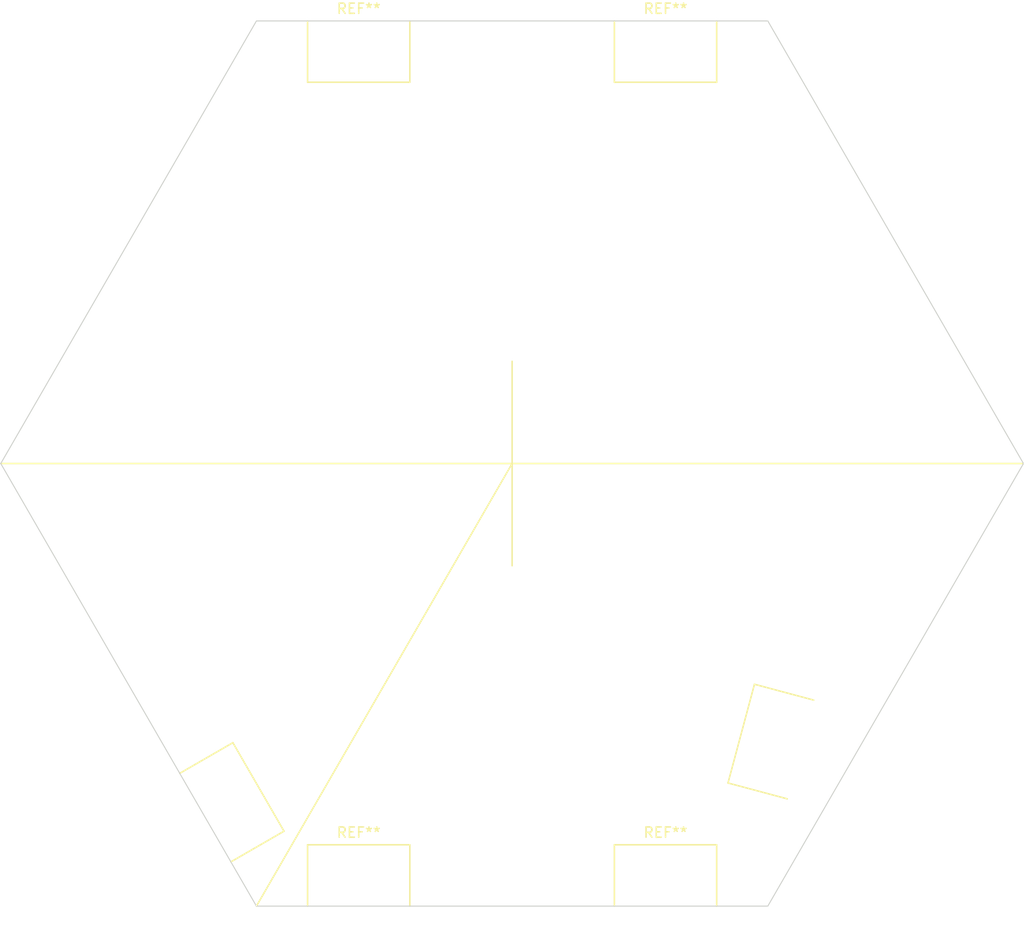
<source format=kicad_pcb>
(kicad_pcb (version 20211014) (generator pcbnew)
  (layers (0 "F.Cu" signal) (31 "B.Cu" signal) (34 "B.Paste" user) (35 "F.Paste" user) (36 "B.SilkS" user "B.Silkscreen") (37 "F.SilkS" user "F.Silkscreen") (38 "B.Mask" user) (39 "F.Mask" user) (44 "Edge.Cuts" user))
  (net 0 "")
  (footprint "MountingHole:MountingHole_3.2mm_M3" (layer "F.Cu") (at 115 53)
    (fp_text reference "REF**" (at 0 -4.2) (layer "F.SilkS"))
    (fp_text value "MountingHole_3.2mm_M3")
    (pad "" np_thru_hole circle (at 0 0) (size 3.2 3.2) (drill 3.2) (layers *.Cu *.Mask))
  )
  (footprint "MountingHole:MountingHole_3.2mm_M3" (layer "F.Cu") (at 85 133.6)
    (fp_text reference "REF**" (at 0 -4.2) (layer "F.SilkS"))
    (fp_text value "MountingHole_3.2mm_M3")
    (pad "" np_thru_hole circle (at 0 0) (size 3.2 3.2) (drill 3.2) (layers *.Cu *.Mask))
  )
  (footprint "MountingHole:MountingHole_3.2mm_M3" (layer "F.Cu") (at 115 133.6)
    (fp_text reference "REF**" (at 0 -4.2) (layer "F.SilkS"))
    (fp_text value "MountingHole_3.2mm_M3")
    (pad "" np_thru_hole circle (at 0 0) (size 3.2 3.2) (drill 3.2) (layers *.Cu *.Mask))
  )
  (footprint "MountingHole:MountingHole_3.2mm_M3" (layer "F.Cu") (at 85 53)
    (fp_text reference "REF**" (at 0 -4.2) (layer "F.SilkS"))
    (fp_text value "MountingHole_3.2mm_M3")
    (pad "" np_thru_hole circle (at 0 0) (size 3.2 3.2) (drill 3.2) (layers *.Cu *.Mask))
  )
  (gr_line (start 121.107866 124.554275) (end 123.695876 114.895197) (layer "F.SilkS") (width 0.15))
  (gr_line (start 129.491324 116.448003) (end 123.695876 114.895197) (layer "F.SilkS") (width 0.15))
  (gr_line (start 100 83.3) (end 100 103.3) (layer "F.SilkS") (width 0.15))
  (gr_line (start 90 56) (end 90 50) (layer "F.SilkS") (width 0.15))
  (gr_line (start 50 93.3) (end 150 93.3) (layer "F.SilkS") (width 0.15))
  (gr_line (start 80 136.6) (end 80 130.6) (layer "F.SilkS") (width 0.15))
  (gr_line (start 126.903313 126.107082) (end 121.107866 124.554275) (layer "F.SilkS") (width 0.15))
  (gr_line (start 110 56) (end 120 56) (layer "F.SilkS") (width 0.15))
  (gr_line (start 72.696 120.61) (end 77.696 129.27) (layer "F.SilkS") (width 0.15))
  (gr_line (start 80 56) (end 90 56) (layer "F.SilkS") (width 0.15))
  (gr_line (start 110 56) (end 110 50) (layer "F.SilkS") (width 0.15))
  (gr_line (start 67.5 123.61) (end 72.696 120.61) (layer "F.SilkS") (width 0.15))
  (gr_line (start 110 130.6) (end 120 130.6) (layer "F.SilkS") (width 0.15))
  (gr_line (start 80 130.6) (end 90 130.6) (layer "F.SilkS") (width 0.15))
  (gr_line (start 75 136.6) (end 100 93.3) (layer "F.SilkS") (width 0.15))
  (gr_line (start 120 136.6) (end 120 130.6) (layer "F.SilkS") (width 0.15))
  (gr_line (start 120 56) (end 120 50) (layer "F.SilkS") (width 0.15))
  (gr_line (start 72.5 132.27) (end 77.696 129.27) (layer "F.SilkS") (width 0.15))
  (gr_line (start 90 136.6) (end 90 130.6) (layer "F.SilkS") (width 0.15))
  (gr_line (start 80 56) (end 80 50) (layer "F.SilkS") (width 0.15))
  (gr_line (start 110 136.6) (end 110 130.6) (layer "F.SilkS") (width 0.15))
  (gr_line (start 75 50) (end 125 50) (layer "Edge.Cuts") (width 0.1))
  (gr_line (start 125 136.6) (end 150 93.3) (layer "Edge.Cuts") (width 0.1))
  (gr_line (start 75 136.6) (end 125 136.6) (layer "Edge.Cuts") (width 0.1))
  (gr_line (start 50 93.3) (end 75 136.6) (layer "Edge.Cuts") (width 0.1))
  (gr_line (start 150 93.3) (end 125 50) (layer "Edge.Cuts") (width 0.1))
  (gr_line (start 75 50) (end 50 93.3) (layer "Edge.Cuts") (width 0.1))
)
</source>
